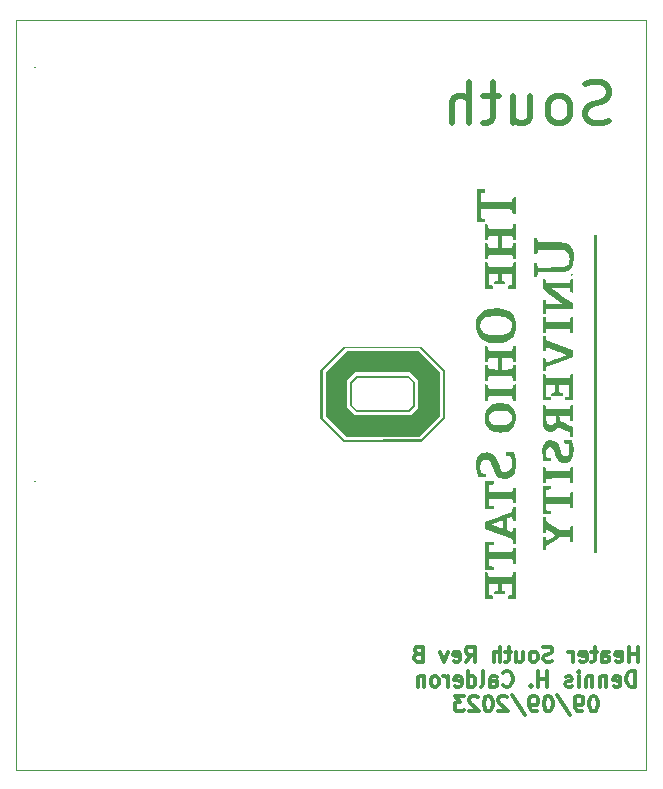
<source format=gbr>
%TF.GenerationSoftware,KiCad,Pcbnew,7.0.7*%
%TF.CreationDate,2023-09-14T15:53:42-04:00*%
%TF.ProjectId,Heater_South_DCT_HSK,48656174-6572-45f5-936f-7574685f4443,rev?*%
%TF.SameCoordinates,Original*%
%TF.FileFunction,Legend,Bot*%
%TF.FilePolarity,Positive*%
%FSLAX46Y46*%
G04 Gerber Fmt 4.6, Leading zero omitted, Abs format (unit mm)*
G04 Created by KiCad (PCBNEW 7.0.7) date 2023-09-14 15:53:42*
%MOMM*%
%LPD*%
G01*
G04 APERTURE LIST*
%ADD10C,0.150000*%
%ADD11C,0.500000*%
%ADD12C,0.300000*%
%TA.AperFunction,Profile*%
%ADD13C,0.100000*%
%TD*%
G04 APERTURE END LIST*
D10*
X103200200Y-89890600D02*
G75*
G03*
X103200200Y-89890600I-25400J0D01*
G01*
X103200200Y-54864000D02*
G75*
G03*
X103200200Y-54864000I-25400J0D01*
G01*
X148615400Y-72390000D02*
G75*
G03*
X148615400Y-72390000I-25400J0D01*
G01*
D11*
X151784332Y-59421676D02*
X151284332Y-59588342D01*
X151284332Y-59588342D02*
X150450999Y-59588342D01*
X150450999Y-59588342D02*
X150117665Y-59421676D01*
X150117665Y-59421676D02*
X149950999Y-59255009D01*
X149950999Y-59255009D02*
X149784332Y-58921676D01*
X149784332Y-58921676D02*
X149784332Y-58588342D01*
X149784332Y-58588342D02*
X149950999Y-58255009D01*
X149950999Y-58255009D02*
X150117665Y-58088342D01*
X150117665Y-58088342D02*
X150450999Y-57921676D01*
X150450999Y-57921676D02*
X151117665Y-57755009D01*
X151117665Y-57755009D02*
X151450999Y-57588342D01*
X151450999Y-57588342D02*
X151617665Y-57421676D01*
X151617665Y-57421676D02*
X151784332Y-57088342D01*
X151784332Y-57088342D02*
X151784332Y-56755009D01*
X151784332Y-56755009D02*
X151617665Y-56421676D01*
X151617665Y-56421676D02*
X151450999Y-56255009D01*
X151450999Y-56255009D02*
X151117665Y-56088342D01*
X151117665Y-56088342D02*
X150284332Y-56088342D01*
X150284332Y-56088342D02*
X149784332Y-56255009D01*
X147784332Y-59588342D02*
X148117666Y-59421676D01*
X148117666Y-59421676D02*
X148284332Y-59255009D01*
X148284332Y-59255009D02*
X148450999Y-58921676D01*
X148450999Y-58921676D02*
X148450999Y-57921676D01*
X148450999Y-57921676D02*
X148284332Y-57588342D01*
X148284332Y-57588342D02*
X148117666Y-57421676D01*
X148117666Y-57421676D02*
X147784332Y-57255009D01*
X147784332Y-57255009D02*
X147284332Y-57255009D01*
X147284332Y-57255009D02*
X146950999Y-57421676D01*
X146950999Y-57421676D02*
X146784332Y-57588342D01*
X146784332Y-57588342D02*
X146617666Y-57921676D01*
X146617666Y-57921676D02*
X146617666Y-58921676D01*
X146617666Y-58921676D02*
X146784332Y-59255009D01*
X146784332Y-59255009D02*
X146950999Y-59421676D01*
X146950999Y-59421676D02*
X147284332Y-59588342D01*
X147284332Y-59588342D02*
X147784332Y-59588342D01*
X143617665Y-57255009D02*
X143617665Y-59588342D01*
X145117665Y-57255009D02*
X145117665Y-59088342D01*
X145117665Y-59088342D02*
X144950999Y-59421676D01*
X144950999Y-59421676D02*
X144617665Y-59588342D01*
X144617665Y-59588342D02*
X144117665Y-59588342D01*
X144117665Y-59588342D02*
X143784332Y-59421676D01*
X143784332Y-59421676D02*
X143617665Y-59255009D01*
X142450998Y-57255009D02*
X141117665Y-57255009D01*
X141950998Y-56088342D02*
X141950998Y-59088342D01*
X141950998Y-59088342D02*
X141784332Y-59421676D01*
X141784332Y-59421676D02*
X141450998Y-59588342D01*
X141450998Y-59588342D02*
X141117665Y-59588342D01*
X139950998Y-59588342D02*
X139950998Y-56088342D01*
X138450998Y-59588342D02*
X138450998Y-57755009D01*
X138450998Y-57755009D02*
X138617665Y-57421676D01*
X138617665Y-57421676D02*
X138950998Y-57255009D01*
X138950998Y-57255009D02*
X139450998Y-57255009D01*
X139450998Y-57255009D02*
X139784332Y-57421676D01*
X139784332Y-57421676D02*
X139950998Y-57588342D01*
D12*
X154212527Y-105179193D02*
X154212527Y-103879193D01*
X154212527Y-104498241D02*
X153469670Y-104498241D01*
X153469670Y-105179193D02*
X153469670Y-103879193D01*
X152355384Y-105117289D02*
X152479193Y-105179193D01*
X152479193Y-105179193D02*
X152726812Y-105179193D01*
X152726812Y-105179193D02*
X152850622Y-105117289D01*
X152850622Y-105117289D02*
X152912526Y-104993479D01*
X152912526Y-104993479D02*
X152912526Y-104498241D01*
X152912526Y-104498241D02*
X152850622Y-104374431D01*
X152850622Y-104374431D02*
X152726812Y-104312527D01*
X152726812Y-104312527D02*
X152479193Y-104312527D01*
X152479193Y-104312527D02*
X152355384Y-104374431D01*
X152355384Y-104374431D02*
X152293479Y-104498241D01*
X152293479Y-104498241D02*
X152293479Y-104622050D01*
X152293479Y-104622050D02*
X152912526Y-104745860D01*
X151179193Y-105179193D02*
X151179193Y-104498241D01*
X151179193Y-104498241D02*
X151241098Y-104374431D01*
X151241098Y-104374431D02*
X151364907Y-104312527D01*
X151364907Y-104312527D02*
X151612526Y-104312527D01*
X151612526Y-104312527D02*
X151736336Y-104374431D01*
X151179193Y-105117289D02*
X151303002Y-105179193D01*
X151303002Y-105179193D02*
X151612526Y-105179193D01*
X151612526Y-105179193D02*
X151736336Y-105117289D01*
X151736336Y-105117289D02*
X151798240Y-104993479D01*
X151798240Y-104993479D02*
X151798240Y-104869669D01*
X151798240Y-104869669D02*
X151736336Y-104745860D01*
X151736336Y-104745860D02*
X151612526Y-104683955D01*
X151612526Y-104683955D02*
X151303002Y-104683955D01*
X151303002Y-104683955D02*
X151179193Y-104622050D01*
X150745860Y-104312527D02*
X150250622Y-104312527D01*
X150560146Y-103879193D02*
X150560146Y-104993479D01*
X150560146Y-104993479D02*
X150498241Y-105117289D01*
X150498241Y-105117289D02*
X150374431Y-105179193D01*
X150374431Y-105179193D02*
X150250622Y-105179193D01*
X149322051Y-105117289D02*
X149445860Y-105179193D01*
X149445860Y-105179193D02*
X149693479Y-105179193D01*
X149693479Y-105179193D02*
X149817289Y-105117289D01*
X149817289Y-105117289D02*
X149879193Y-104993479D01*
X149879193Y-104993479D02*
X149879193Y-104498241D01*
X149879193Y-104498241D02*
X149817289Y-104374431D01*
X149817289Y-104374431D02*
X149693479Y-104312527D01*
X149693479Y-104312527D02*
X149445860Y-104312527D01*
X149445860Y-104312527D02*
X149322051Y-104374431D01*
X149322051Y-104374431D02*
X149260146Y-104498241D01*
X149260146Y-104498241D02*
X149260146Y-104622050D01*
X149260146Y-104622050D02*
X149879193Y-104745860D01*
X148703003Y-105179193D02*
X148703003Y-104312527D01*
X148703003Y-104560146D02*
X148641098Y-104436336D01*
X148641098Y-104436336D02*
X148579193Y-104374431D01*
X148579193Y-104374431D02*
X148455384Y-104312527D01*
X148455384Y-104312527D02*
X148331574Y-104312527D01*
X146969669Y-105117289D02*
X146783955Y-105179193D01*
X146783955Y-105179193D02*
X146474431Y-105179193D01*
X146474431Y-105179193D02*
X146350622Y-105117289D01*
X146350622Y-105117289D02*
X146288717Y-105055384D01*
X146288717Y-105055384D02*
X146226812Y-104931574D01*
X146226812Y-104931574D02*
X146226812Y-104807765D01*
X146226812Y-104807765D02*
X146288717Y-104683955D01*
X146288717Y-104683955D02*
X146350622Y-104622050D01*
X146350622Y-104622050D02*
X146474431Y-104560146D01*
X146474431Y-104560146D02*
X146722050Y-104498241D01*
X146722050Y-104498241D02*
X146845860Y-104436336D01*
X146845860Y-104436336D02*
X146907765Y-104374431D01*
X146907765Y-104374431D02*
X146969669Y-104250622D01*
X146969669Y-104250622D02*
X146969669Y-104126812D01*
X146969669Y-104126812D02*
X146907765Y-104003003D01*
X146907765Y-104003003D02*
X146845860Y-103941098D01*
X146845860Y-103941098D02*
X146722050Y-103879193D01*
X146722050Y-103879193D02*
X146412527Y-103879193D01*
X146412527Y-103879193D02*
X146226812Y-103941098D01*
X145483955Y-105179193D02*
X145607765Y-105117289D01*
X145607765Y-105117289D02*
X145669670Y-105055384D01*
X145669670Y-105055384D02*
X145731574Y-104931574D01*
X145731574Y-104931574D02*
X145731574Y-104560146D01*
X145731574Y-104560146D02*
X145669670Y-104436336D01*
X145669670Y-104436336D02*
X145607765Y-104374431D01*
X145607765Y-104374431D02*
X145483955Y-104312527D01*
X145483955Y-104312527D02*
X145298241Y-104312527D01*
X145298241Y-104312527D02*
X145174432Y-104374431D01*
X145174432Y-104374431D02*
X145112527Y-104436336D01*
X145112527Y-104436336D02*
X145050622Y-104560146D01*
X145050622Y-104560146D02*
X145050622Y-104931574D01*
X145050622Y-104931574D02*
X145112527Y-105055384D01*
X145112527Y-105055384D02*
X145174432Y-105117289D01*
X145174432Y-105117289D02*
X145298241Y-105179193D01*
X145298241Y-105179193D02*
X145483955Y-105179193D01*
X143936337Y-104312527D02*
X143936337Y-105179193D01*
X144493480Y-104312527D02*
X144493480Y-104993479D01*
X144493480Y-104993479D02*
X144431575Y-105117289D01*
X144431575Y-105117289D02*
X144307765Y-105179193D01*
X144307765Y-105179193D02*
X144122051Y-105179193D01*
X144122051Y-105179193D02*
X143998242Y-105117289D01*
X143998242Y-105117289D02*
X143936337Y-105055384D01*
X143503004Y-104312527D02*
X143007766Y-104312527D01*
X143317290Y-103879193D02*
X143317290Y-104993479D01*
X143317290Y-104993479D02*
X143255385Y-105117289D01*
X143255385Y-105117289D02*
X143131575Y-105179193D01*
X143131575Y-105179193D02*
X143007766Y-105179193D01*
X142574433Y-105179193D02*
X142574433Y-103879193D01*
X142017290Y-105179193D02*
X142017290Y-104498241D01*
X142017290Y-104498241D02*
X142079195Y-104374431D01*
X142079195Y-104374431D02*
X142203004Y-104312527D01*
X142203004Y-104312527D02*
X142388718Y-104312527D01*
X142388718Y-104312527D02*
X142512528Y-104374431D01*
X142512528Y-104374431D02*
X142574433Y-104436336D01*
X139664910Y-105179193D02*
X140098243Y-104560146D01*
X140407767Y-105179193D02*
X140407767Y-103879193D01*
X140407767Y-103879193D02*
X139912529Y-103879193D01*
X139912529Y-103879193D02*
X139788719Y-103941098D01*
X139788719Y-103941098D02*
X139726814Y-104003003D01*
X139726814Y-104003003D02*
X139664910Y-104126812D01*
X139664910Y-104126812D02*
X139664910Y-104312527D01*
X139664910Y-104312527D02*
X139726814Y-104436336D01*
X139726814Y-104436336D02*
X139788719Y-104498241D01*
X139788719Y-104498241D02*
X139912529Y-104560146D01*
X139912529Y-104560146D02*
X140407767Y-104560146D01*
X138612529Y-105117289D02*
X138736338Y-105179193D01*
X138736338Y-105179193D02*
X138983957Y-105179193D01*
X138983957Y-105179193D02*
X139107767Y-105117289D01*
X139107767Y-105117289D02*
X139169671Y-104993479D01*
X139169671Y-104993479D02*
X139169671Y-104498241D01*
X139169671Y-104498241D02*
X139107767Y-104374431D01*
X139107767Y-104374431D02*
X138983957Y-104312527D01*
X138983957Y-104312527D02*
X138736338Y-104312527D01*
X138736338Y-104312527D02*
X138612529Y-104374431D01*
X138612529Y-104374431D02*
X138550624Y-104498241D01*
X138550624Y-104498241D02*
X138550624Y-104622050D01*
X138550624Y-104622050D02*
X139169671Y-104745860D01*
X138117290Y-104312527D02*
X137807766Y-105179193D01*
X137807766Y-105179193D02*
X137498243Y-104312527D01*
X135579195Y-104498241D02*
X135393481Y-104560146D01*
X135393481Y-104560146D02*
X135331576Y-104622050D01*
X135331576Y-104622050D02*
X135269672Y-104745860D01*
X135269672Y-104745860D02*
X135269672Y-104931574D01*
X135269672Y-104931574D02*
X135331576Y-105055384D01*
X135331576Y-105055384D02*
X135393481Y-105117289D01*
X135393481Y-105117289D02*
X135517291Y-105179193D01*
X135517291Y-105179193D02*
X136012529Y-105179193D01*
X136012529Y-105179193D02*
X136012529Y-103879193D01*
X136012529Y-103879193D02*
X135579195Y-103879193D01*
X135579195Y-103879193D02*
X135455386Y-103941098D01*
X135455386Y-103941098D02*
X135393481Y-104003003D01*
X135393481Y-104003003D02*
X135331576Y-104126812D01*
X135331576Y-104126812D02*
X135331576Y-104250622D01*
X135331576Y-104250622D02*
X135393481Y-104374431D01*
X135393481Y-104374431D02*
X135455386Y-104436336D01*
X135455386Y-104436336D02*
X135579195Y-104498241D01*
X135579195Y-104498241D02*
X136012529Y-104498241D01*
X153964908Y-107272193D02*
X153964908Y-105972193D01*
X153964908Y-105972193D02*
X153655384Y-105972193D01*
X153655384Y-105972193D02*
X153469670Y-106034098D01*
X153469670Y-106034098D02*
X153345860Y-106157908D01*
X153345860Y-106157908D02*
X153283955Y-106281717D01*
X153283955Y-106281717D02*
X153222051Y-106529336D01*
X153222051Y-106529336D02*
X153222051Y-106715050D01*
X153222051Y-106715050D02*
X153283955Y-106962669D01*
X153283955Y-106962669D02*
X153345860Y-107086479D01*
X153345860Y-107086479D02*
X153469670Y-107210289D01*
X153469670Y-107210289D02*
X153655384Y-107272193D01*
X153655384Y-107272193D02*
X153964908Y-107272193D01*
X152169670Y-107210289D02*
X152293479Y-107272193D01*
X152293479Y-107272193D02*
X152541098Y-107272193D01*
X152541098Y-107272193D02*
X152664908Y-107210289D01*
X152664908Y-107210289D02*
X152726812Y-107086479D01*
X152726812Y-107086479D02*
X152726812Y-106591241D01*
X152726812Y-106591241D02*
X152664908Y-106467431D01*
X152664908Y-106467431D02*
X152541098Y-106405527D01*
X152541098Y-106405527D02*
X152293479Y-106405527D01*
X152293479Y-106405527D02*
X152169670Y-106467431D01*
X152169670Y-106467431D02*
X152107765Y-106591241D01*
X152107765Y-106591241D02*
X152107765Y-106715050D01*
X152107765Y-106715050D02*
X152726812Y-106838860D01*
X151550622Y-106405527D02*
X151550622Y-107272193D01*
X151550622Y-106529336D02*
X151488717Y-106467431D01*
X151488717Y-106467431D02*
X151364907Y-106405527D01*
X151364907Y-106405527D02*
X151179193Y-106405527D01*
X151179193Y-106405527D02*
X151055384Y-106467431D01*
X151055384Y-106467431D02*
X150993479Y-106591241D01*
X150993479Y-106591241D02*
X150993479Y-107272193D01*
X150374432Y-106405527D02*
X150374432Y-107272193D01*
X150374432Y-106529336D02*
X150312527Y-106467431D01*
X150312527Y-106467431D02*
X150188717Y-106405527D01*
X150188717Y-106405527D02*
X150003003Y-106405527D01*
X150003003Y-106405527D02*
X149879194Y-106467431D01*
X149879194Y-106467431D02*
X149817289Y-106591241D01*
X149817289Y-106591241D02*
X149817289Y-107272193D01*
X149198242Y-107272193D02*
X149198242Y-106405527D01*
X149198242Y-105972193D02*
X149260146Y-106034098D01*
X149260146Y-106034098D02*
X149198242Y-106096003D01*
X149198242Y-106096003D02*
X149136337Y-106034098D01*
X149136337Y-106034098D02*
X149198242Y-105972193D01*
X149198242Y-105972193D02*
X149198242Y-106096003D01*
X148641098Y-107210289D02*
X148517289Y-107272193D01*
X148517289Y-107272193D02*
X148269670Y-107272193D01*
X148269670Y-107272193D02*
X148145860Y-107210289D01*
X148145860Y-107210289D02*
X148083956Y-107086479D01*
X148083956Y-107086479D02*
X148083956Y-107024574D01*
X148083956Y-107024574D02*
X148145860Y-106900765D01*
X148145860Y-106900765D02*
X148269670Y-106838860D01*
X148269670Y-106838860D02*
X148455384Y-106838860D01*
X148455384Y-106838860D02*
X148579194Y-106776955D01*
X148579194Y-106776955D02*
X148641098Y-106653146D01*
X148641098Y-106653146D02*
X148641098Y-106591241D01*
X148641098Y-106591241D02*
X148579194Y-106467431D01*
X148579194Y-106467431D02*
X148455384Y-106405527D01*
X148455384Y-106405527D02*
X148269670Y-106405527D01*
X148269670Y-106405527D02*
X148145860Y-106467431D01*
X146536337Y-107272193D02*
X146536337Y-105972193D01*
X146536337Y-106591241D02*
X145793480Y-106591241D01*
X145793480Y-107272193D02*
X145793480Y-105972193D01*
X145174432Y-107148384D02*
X145112527Y-107210289D01*
X145112527Y-107210289D02*
X145174432Y-107272193D01*
X145174432Y-107272193D02*
X145236336Y-107210289D01*
X145236336Y-107210289D02*
X145174432Y-107148384D01*
X145174432Y-107148384D02*
X145174432Y-107272193D01*
X142822051Y-107148384D02*
X142883955Y-107210289D01*
X142883955Y-107210289D02*
X143069670Y-107272193D01*
X143069670Y-107272193D02*
X143193479Y-107272193D01*
X143193479Y-107272193D02*
X143379193Y-107210289D01*
X143379193Y-107210289D02*
X143503003Y-107086479D01*
X143503003Y-107086479D02*
X143564908Y-106962669D01*
X143564908Y-106962669D02*
X143626812Y-106715050D01*
X143626812Y-106715050D02*
X143626812Y-106529336D01*
X143626812Y-106529336D02*
X143564908Y-106281717D01*
X143564908Y-106281717D02*
X143503003Y-106157908D01*
X143503003Y-106157908D02*
X143379193Y-106034098D01*
X143379193Y-106034098D02*
X143193479Y-105972193D01*
X143193479Y-105972193D02*
X143069670Y-105972193D01*
X143069670Y-105972193D02*
X142883955Y-106034098D01*
X142883955Y-106034098D02*
X142822051Y-106096003D01*
X141707765Y-107272193D02*
X141707765Y-106591241D01*
X141707765Y-106591241D02*
X141769670Y-106467431D01*
X141769670Y-106467431D02*
X141893479Y-106405527D01*
X141893479Y-106405527D02*
X142141098Y-106405527D01*
X142141098Y-106405527D02*
X142264908Y-106467431D01*
X141707765Y-107210289D02*
X141831574Y-107272193D01*
X141831574Y-107272193D02*
X142141098Y-107272193D01*
X142141098Y-107272193D02*
X142264908Y-107210289D01*
X142264908Y-107210289D02*
X142326812Y-107086479D01*
X142326812Y-107086479D02*
X142326812Y-106962669D01*
X142326812Y-106962669D02*
X142264908Y-106838860D01*
X142264908Y-106838860D02*
X142141098Y-106776955D01*
X142141098Y-106776955D02*
X141831574Y-106776955D01*
X141831574Y-106776955D02*
X141707765Y-106715050D01*
X140903003Y-107272193D02*
X141026813Y-107210289D01*
X141026813Y-107210289D02*
X141088718Y-107086479D01*
X141088718Y-107086479D02*
X141088718Y-105972193D01*
X139850623Y-107272193D02*
X139850623Y-105972193D01*
X139850623Y-107210289D02*
X139974432Y-107272193D01*
X139974432Y-107272193D02*
X140222051Y-107272193D01*
X140222051Y-107272193D02*
X140345861Y-107210289D01*
X140345861Y-107210289D02*
X140407766Y-107148384D01*
X140407766Y-107148384D02*
X140469670Y-107024574D01*
X140469670Y-107024574D02*
X140469670Y-106653146D01*
X140469670Y-106653146D02*
X140407766Y-106529336D01*
X140407766Y-106529336D02*
X140345861Y-106467431D01*
X140345861Y-106467431D02*
X140222051Y-106405527D01*
X140222051Y-106405527D02*
X139974432Y-106405527D01*
X139974432Y-106405527D02*
X139850623Y-106467431D01*
X138736338Y-107210289D02*
X138860147Y-107272193D01*
X138860147Y-107272193D02*
X139107766Y-107272193D01*
X139107766Y-107272193D02*
X139231576Y-107210289D01*
X139231576Y-107210289D02*
X139293480Y-107086479D01*
X139293480Y-107086479D02*
X139293480Y-106591241D01*
X139293480Y-106591241D02*
X139231576Y-106467431D01*
X139231576Y-106467431D02*
X139107766Y-106405527D01*
X139107766Y-106405527D02*
X138860147Y-106405527D01*
X138860147Y-106405527D02*
X138736338Y-106467431D01*
X138736338Y-106467431D02*
X138674433Y-106591241D01*
X138674433Y-106591241D02*
X138674433Y-106715050D01*
X138674433Y-106715050D02*
X139293480Y-106838860D01*
X138117290Y-107272193D02*
X138117290Y-106405527D01*
X138117290Y-106653146D02*
X138055385Y-106529336D01*
X138055385Y-106529336D02*
X137993480Y-106467431D01*
X137993480Y-106467431D02*
X137869671Y-106405527D01*
X137869671Y-106405527D02*
X137745861Y-106405527D01*
X137126813Y-107272193D02*
X137250623Y-107210289D01*
X137250623Y-107210289D02*
X137312528Y-107148384D01*
X137312528Y-107148384D02*
X137374432Y-107024574D01*
X137374432Y-107024574D02*
X137374432Y-106653146D01*
X137374432Y-106653146D02*
X137312528Y-106529336D01*
X137312528Y-106529336D02*
X137250623Y-106467431D01*
X137250623Y-106467431D02*
X137126813Y-106405527D01*
X137126813Y-106405527D02*
X136941099Y-106405527D01*
X136941099Y-106405527D02*
X136817290Y-106467431D01*
X136817290Y-106467431D02*
X136755385Y-106529336D01*
X136755385Y-106529336D02*
X136693480Y-106653146D01*
X136693480Y-106653146D02*
X136693480Y-107024574D01*
X136693480Y-107024574D02*
X136755385Y-107148384D01*
X136755385Y-107148384D02*
X136817290Y-107210289D01*
X136817290Y-107210289D02*
X136941099Y-107272193D01*
X136941099Y-107272193D02*
X137126813Y-107272193D01*
X136136338Y-106405527D02*
X136136338Y-107272193D01*
X136136338Y-106529336D02*
X136074433Y-106467431D01*
X136074433Y-106467431D02*
X135950623Y-106405527D01*
X135950623Y-106405527D02*
X135764909Y-106405527D01*
X135764909Y-106405527D02*
X135641100Y-106467431D01*
X135641100Y-106467431D02*
X135579195Y-106591241D01*
X135579195Y-106591241D02*
X135579195Y-107272193D01*
X150529194Y-108065193D02*
X150405384Y-108065193D01*
X150405384Y-108065193D02*
X150281575Y-108127098D01*
X150281575Y-108127098D02*
X150219670Y-108189003D01*
X150219670Y-108189003D02*
X150157765Y-108312812D01*
X150157765Y-108312812D02*
X150095860Y-108560431D01*
X150095860Y-108560431D02*
X150095860Y-108869955D01*
X150095860Y-108869955D02*
X150157765Y-109117574D01*
X150157765Y-109117574D02*
X150219670Y-109241384D01*
X150219670Y-109241384D02*
X150281575Y-109303289D01*
X150281575Y-109303289D02*
X150405384Y-109365193D01*
X150405384Y-109365193D02*
X150529194Y-109365193D01*
X150529194Y-109365193D02*
X150653003Y-109303289D01*
X150653003Y-109303289D02*
X150714908Y-109241384D01*
X150714908Y-109241384D02*
X150776813Y-109117574D01*
X150776813Y-109117574D02*
X150838717Y-108869955D01*
X150838717Y-108869955D02*
X150838717Y-108560431D01*
X150838717Y-108560431D02*
X150776813Y-108312812D01*
X150776813Y-108312812D02*
X150714908Y-108189003D01*
X150714908Y-108189003D02*
X150653003Y-108127098D01*
X150653003Y-108127098D02*
X150529194Y-108065193D01*
X149476813Y-109365193D02*
X149229194Y-109365193D01*
X149229194Y-109365193D02*
X149105384Y-109303289D01*
X149105384Y-109303289D02*
X149043480Y-109241384D01*
X149043480Y-109241384D02*
X148919670Y-109055669D01*
X148919670Y-109055669D02*
X148857765Y-108808050D01*
X148857765Y-108808050D02*
X148857765Y-108312812D01*
X148857765Y-108312812D02*
X148919670Y-108189003D01*
X148919670Y-108189003D02*
X148981575Y-108127098D01*
X148981575Y-108127098D02*
X149105384Y-108065193D01*
X149105384Y-108065193D02*
X149353003Y-108065193D01*
X149353003Y-108065193D02*
X149476813Y-108127098D01*
X149476813Y-108127098D02*
X149538718Y-108189003D01*
X149538718Y-108189003D02*
X149600622Y-108312812D01*
X149600622Y-108312812D02*
X149600622Y-108622336D01*
X149600622Y-108622336D02*
X149538718Y-108746146D01*
X149538718Y-108746146D02*
X149476813Y-108808050D01*
X149476813Y-108808050D02*
X149353003Y-108869955D01*
X149353003Y-108869955D02*
X149105384Y-108869955D01*
X149105384Y-108869955D02*
X148981575Y-108808050D01*
X148981575Y-108808050D02*
X148919670Y-108746146D01*
X148919670Y-108746146D02*
X148857765Y-108622336D01*
X147372051Y-108003289D02*
X148486337Y-109674717D01*
X146691099Y-108065193D02*
X146567289Y-108065193D01*
X146567289Y-108065193D02*
X146443480Y-108127098D01*
X146443480Y-108127098D02*
X146381575Y-108189003D01*
X146381575Y-108189003D02*
X146319670Y-108312812D01*
X146319670Y-108312812D02*
X146257765Y-108560431D01*
X146257765Y-108560431D02*
X146257765Y-108869955D01*
X146257765Y-108869955D02*
X146319670Y-109117574D01*
X146319670Y-109117574D02*
X146381575Y-109241384D01*
X146381575Y-109241384D02*
X146443480Y-109303289D01*
X146443480Y-109303289D02*
X146567289Y-109365193D01*
X146567289Y-109365193D02*
X146691099Y-109365193D01*
X146691099Y-109365193D02*
X146814908Y-109303289D01*
X146814908Y-109303289D02*
X146876813Y-109241384D01*
X146876813Y-109241384D02*
X146938718Y-109117574D01*
X146938718Y-109117574D02*
X147000622Y-108869955D01*
X147000622Y-108869955D02*
X147000622Y-108560431D01*
X147000622Y-108560431D02*
X146938718Y-108312812D01*
X146938718Y-108312812D02*
X146876813Y-108189003D01*
X146876813Y-108189003D02*
X146814908Y-108127098D01*
X146814908Y-108127098D02*
X146691099Y-108065193D01*
X145638718Y-109365193D02*
X145391099Y-109365193D01*
X145391099Y-109365193D02*
X145267289Y-109303289D01*
X145267289Y-109303289D02*
X145205385Y-109241384D01*
X145205385Y-109241384D02*
X145081575Y-109055669D01*
X145081575Y-109055669D02*
X145019670Y-108808050D01*
X145019670Y-108808050D02*
X145019670Y-108312812D01*
X145019670Y-108312812D02*
X145081575Y-108189003D01*
X145081575Y-108189003D02*
X145143480Y-108127098D01*
X145143480Y-108127098D02*
X145267289Y-108065193D01*
X145267289Y-108065193D02*
X145514908Y-108065193D01*
X145514908Y-108065193D02*
X145638718Y-108127098D01*
X145638718Y-108127098D02*
X145700623Y-108189003D01*
X145700623Y-108189003D02*
X145762527Y-108312812D01*
X145762527Y-108312812D02*
X145762527Y-108622336D01*
X145762527Y-108622336D02*
X145700623Y-108746146D01*
X145700623Y-108746146D02*
X145638718Y-108808050D01*
X145638718Y-108808050D02*
X145514908Y-108869955D01*
X145514908Y-108869955D02*
X145267289Y-108869955D01*
X145267289Y-108869955D02*
X145143480Y-108808050D01*
X145143480Y-108808050D02*
X145081575Y-108746146D01*
X145081575Y-108746146D02*
X145019670Y-108622336D01*
X143533956Y-108003289D02*
X144648242Y-109674717D01*
X143162527Y-108189003D02*
X143100623Y-108127098D01*
X143100623Y-108127098D02*
X142976813Y-108065193D01*
X142976813Y-108065193D02*
X142667289Y-108065193D01*
X142667289Y-108065193D02*
X142543480Y-108127098D01*
X142543480Y-108127098D02*
X142481575Y-108189003D01*
X142481575Y-108189003D02*
X142419670Y-108312812D01*
X142419670Y-108312812D02*
X142419670Y-108436622D01*
X142419670Y-108436622D02*
X142481575Y-108622336D01*
X142481575Y-108622336D02*
X143224432Y-109365193D01*
X143224432Y-109365193D02*
X142419670Y-109365193D01*
X141614909Y-108065193D02*
X141491099Y-108065193D01*
X141491099Y-108065193D02*
X141367290Y-108127098D01*
X141367290Y-108127098D02*
X141305385Y-108189003D01*
X141305385Y-108189003D02*
X141243480Y-108312812D01*
X141243480Y-108312812D02*
X141181575Y-108560431D01*
X141181575Y-108560431D02*
X141181575Y-108869955D01*
X141181575Y-108869955D02*
X141243480Y-109117574D01*
X141243480Y-109117574D02*
X141305385Y-109241384D01*
X141305385Y-109241384D02*
X141367290Y-109303289D01*
X141367290Y-109303289D02*
X141491099Y-109365193D01*
X141491099Y-109365193D02*
X141614909Y-109365193D01*
X141614909Y-109365193D02*
X141738718Y-109303289D01*
X141738718Y-109303289D02*
X141800623Y-109241384D01*
X141800623Y-109241384D02*
X141862528Y-109117574D01*
X141862528Y-109117574D02*
X141924432Y-108869955D01*
X141924432Y-108869955D02*
X141924432Y-108560431D01*
X141924432Y-108560431D02*
X141862528Y-108312812D01*
X141862528Y-108312812D02*
X141800623Y-108189003D01*
X141800623Y-108189003D02*
X141738718Y-108127098D01*
X141738718Y-108127098D02*
X141614909Y-108065193D01*
X140686337Y-108189003D02*
X140624433Y-108127098D01*
X140624433Y-108127098D02*
X140500623Y-108065193D01*
X140500623Y-108065193D02*
X140191099Y-108065193D01*
X140191099Y-108065193D02*
X140067290Y-108127098D01*
X140067290Y-108127098D02*
X140005385Y-108189003D01*
X140005385Y-108189003D02*
X139943480Y-108312812D01*
X139943480Y-108312812D02*
X139943480Y-108436622D01*
X139943480Y-108436622D02*
X140005385Y-108622336D01*
X140005385Y-108622336D02*
X140748242Y-109365193D01*
X140748242Y-109365193D02*
X139943480Y-109365193D01*
X139510147Y-108065193D02*
X138705385Y-108065193D01*
X138705385Y-108065193D02*
X139138719Y-108560431D01*
X139138719Y-108560431D02*
X138953004Y-108560431D01*
X138953004Y-108560431D02*
X138829195Y-108622336D01*
X138829195Y-108622336D02*
X138767290Y-108684241D01*
X138767290Y-108684241D02*
X138705385Y-108808050D01*
X138705385Y-108808050D02*
X138705385Y-109117574D01*
X138705385Y-109117574D02*
X138767290Y-109241384D01*
X138767290Y-109241384D02*
X138829195Y-109303289D01*
X138829195Y-109303289D02*
X138953004Y-109365193D01*
X138953004Y-109365193D02*
X139324433Y-109365193D01*
X139324433Y-109365193D02*
X139448242Y-109303289D01*
X139448242Y-109303289D02*
X139510147Y-109241384D01*
%TO.C,G\u002A\u002A\u002A*%
G36*
X150724800Y-95929085D02*
G01*
X150530164Y-95929085D01*
X150530164Y-69069314D01*
X150724800Y-69069314D01*
X150724800Y-95929085D01*
G37*
G36*
X141998619Y-95271918D02*
G01*
X141803983Y-95293938D01*
X141609347Y-95315959D01*
X141609347Y-95896645D01*
X143584925Y-95896645D01*
X143606945Y-95702009D01*
X143628966Y-95507373D01*
X143880100Y-95507373D01*
X143880100Y-96869825D01*
X143628966Y-96869825D01*
X143606945Y-96675189D01*
X143584925Y-96480553D01*
X141609347Y-96480553D01*
X141609347Y-97061240D01*
X141803983Y-97083260D01*
X141998619Y-97105281D01*
X141998619Y-97356415D01*
X141284954Y-97356415D01*
X141284954Y-95020783D01*
X141998619Y-95020783D01*
X141998619Y-95271918D01*
G37*
G36*
X146449178Y-76368165D02*
G01*
X148450071Y-76368165D01*
X148470700Y-76214078D01*
X148480362Y-76144495D01*
X148498359Y-76051418D01*
X148523272Y-76001959D01*
X148564502Y-75982368D01*
X148631445Y-75978893D01*
X148746001Y-75978893D01*
X148746001Y-77345262D01*
X148624353Y-77335193D01*
X148609868Y-77333981D01*
X148547329Y-77324703D01*
X148512172Y-77299843D01*
X148492070Y-77243206D01*
X148474694Y-77138599D01*
X148446682Y-76952073D01*
X146449178Y-76952073D01*
X146403998Y-77341345D01*
X146150854Y-77341345D01*
X146150854Y-75978893D01*
X146403998Y-75978893D01*
X146449178Y-76368165D01*
G37*
G36*
X135786081Y-78479122D02*
G01*
X135883804Y-78479158D01*
X136881314Y-79454846D01*
X137878823Y-80430533D01*
X137878823Y-84526272D01*
X136881510Y-85523974D01*
X135884197Y-86521677D01*
X129314163Y-86521677D01*
X127336039Y-84566189D01*
X127336039Y-84494638D01*
X127530675Y-84494638D01*
X128468876Y-85432420D01*
X129407077Y-86370203D01*
X135818925Y-86326379D01*
X137684187Y-84462199D01*
X137684187Y-80536207D01*
X135786081Y-78638919D01*
X129395517Y-78638919D01*
X127530675Y-80504593D01*
X127530675Y-84494638D01*
X127336039Y-84494638D01*
X127336039Y-80439694D01*
X128317130Y-79458208D01*
X129298220Y-78476722D01*
X135786081Y-78479122D01*
G37*
G36*
X134779121Y-80942111D02*
G01*
X134844390Y-80942111D01*
X135112692Y-81209020D01*
X135380994Y-81475928D01*
X135380994Y-83525750D01*
X135109224Y-83791019D01*
X134837453Y-84056288D01*
X130409849Y-84056288D01*
X129866307Y-83525750D01*
X129866307Y-83425461D01*
X130028504Y-83425461D01*
X130248284Y-83643556D01*
X130468063Y-83861652D01*
X134782741Y-83861652D01*
X134984550Y-83658033D01*
X135186358Y-83454414D01*
X135186358Y-81540365D01*
X134982740Y-81338556D01*
X134779121Y-81136747D01*
X130464695Y-81136747D01*
X130246600Y-81356527D01*
X130028504Y-81576307D01*
X130028504Y-83425461D01*
X129866307Y-83425461D01*
X129866307Y-81478716D01*
X130133216Y-81210413D01*
X130400124Y-80942111D01*
X134779121Y-80942111D01*
G37*
G36*
X134942004Y-78865994D02*
G01*
X135688734Y-78865994D01*
X136572923Y-79749745D01*
X137457112Y-80633495D01*
X137457112Y-84361694D01*
X135723208Y-86099966D01*
X129526137Y-86099966D01*
X128658163Y-85232439D01*
X127790190Y-84364912D01*
X127790190Y-83619463D01*
X129574353Y-83619463D01*
X129923606Y-83967633D01*
X130272858Y-84315802D01*
X134976662Y-84315802D01*
X135308586Y-83982745D01*
X135640509Y-83649688D01*
X135640509Y-81346497D01*
X135291257Y-80998327D01*
X134942004Y-80650157D01*
X130303180Y-80650157D01*
X129938767Y-81015607D01*
X129574353Y-81381058D01*
X129574353Y-83619463D01*
X127790190Y-83619463D01*
X127790190Y-80634372D01*
X128673941Y-79750183D01*
X129557691Y-78865994D01*
X134942004Y-78865994D01*
G37*
G36*
X146864519Y-90570224D02*
G01*
X146475247Y-90615404D01*
X146475247Y-91192942D01*
X148446682Y-91192942D01*
X148474694Y-91006415D01*
X148478038Y-90984207D01*
X148495004Y-90889046D01*
X148516827Y-90839058D01*
X148555834Y-90818047D01*
X148624353Y-90809821D01*
X148746001Y-90799753D01*
X148746001Y-92170038D01*
X148624353Y-92159970D01*
X148609868Y-92158757D01*
X148547329Y-92149479D01*
X148512172Y-92124619D01*
X148492070Y-92067983D01*
X148474694Y-91963376D01*
X148446682Y-91776850D01*
X146475247Y-91776850D01*
X146475247Y-92357536D01*
X146669883Y-92379557D01*
X146864519Y-92401577D01*
X146864519Y-92652712D01*
X146150854Y-92652712D01*
X146150854Y-90317079D01*
X146864519Y-90317079D01*
X146864519Y-90570224D01*
G37*
G36*
X148746001Y-90029042D02*
G01*
X148624353Y-90018974D01*
X148609357Y-90017718D01*
X148547091Y-90008413D01*
X148512072Y-89983459D01*
X148492012Y-89926683D01*
X148474625Y-89821916D01*
X148446545Y-89634927D01*
X147452786Y-89643500D01*
X146459028Y-89652073D01*
X146399868Y-90025125D01*
X146149538Y-90025125D01*
X146167074Y-88678893D01*
X146280611Y-88678893D01*
X146293858Y-88678907D01*
X146352389Y-88683060D01*
X146385510Y-88705286D01*
X146404880Y-88760951D01*
X146422161Y-88865419D01*
X146450173Y-89051945D01*
X148450071Y-89051945D01*
X148470700Y-88897859D01*
X148480362Y-88828275D01*
X148498359Y-88735198D01*
X148523272Y-88685739D01*
X148564502Y-88666148D01*
X148631445Y-88662673D01*
X148746001Y-88662673D01*
X148746001Y-90029042D01*
G37*
G36*
X143880100Y-83050668D02*
G01*
X143629623Y-83050668D01*
X143610321Y-82887699D01*
X143602590Y-82830414D01*
X143586376Y-82741725D01*
X143571449Y-82693063D01*
X143540794Y-82684745D01*
X143449073Y-82676725D01*
X143301151Y-82670235D01*
X143101610Y-82665421D01*
X142855033Y-82662426D01*
X142566004Y-82661396D01*
X141580129Y-82661396D01*
X141558109Y-82856032D01*
X141536088Y-83050668D01*
X141284954Y-83050668D01*
X141284954Y-81684300D01*
X141406601Y-81694368D01*
X141421086Y-81695580D01*
X141483625Y-81704858D01*
X141518782Y-81729719D01*
X141538884Y-81786355D01*
X141556260Y-81890962D01*
X141584272Y-82077488D01*
X143580782Y-82077488D01*
X143608794Y-81890962D01*
X143612138Y-81868754D01*
X143629104Y-81773593D01*
X143650927Y-81723604D01*
X143689934Y-81702594D01*
X143758453Y-81694368D01*
X143880100Y-81684300D01*
X143880100Y-83050668D01*
G37*
G36*
X141998619Y-90023656D02*
G01*
X141998427Y-90053897D01*
X141989875Y-90122391D01*
X141955379Y-90154314D01*
X141876971Y-90171502D01*
X141798478Y-90183751D01*
X141699077Y-90202230D01*
X141642206Y-90228462D01*
X141616123Y-90276691D01*
X141609084Y-90361161D01*
X141609347Y-90496114D01*
X141609347Y-90771230D01*
X143583478Y-90771230D01*
X143605770Y-90592814D01*
X143628061Y-90414397D01*
X143880100Y-90414397D01*
X143880100Y-91744410D01*
X143628061Y-91744410D01*
X143605770Y-91565994D01*
X143583478Y-91387578D01*
X141609347Y-91387578D01*
X141609347Y-91664330D01*
X141609291Y-91729383D01*
X141612062Y-91844268D01*
X141626982Y-91913783D01*
X141664041Y-91951643D01*
X141733227Y-91971567D01*
X141844532Y-91987271D01*
X141998619Y-92007900D01*
X141998619Y-92263440D01*
X141284954Y-92263440D01*
X141284954Y-89895368D01*
X141998619Y-89895368D01*
X141998619Y-90023656D01*
G37*
G36*
X141406601Y-97589642D02*
G01*
X141421086Y-97590855D01*
X141483625Y-97600133D01*
X141518782Y-97624993D01*
X141538884Y-97681630D01*
X141556260Y-97786237D01*
X141584272Y-97972763D01*
X143584925Y-97972763D01*
X143606945Y-97778127D01*
X143628966Y-97583491D01*
X143880100Y-97583491D01*
X143880100Y-99821805D01*
X143198874Y-99821805D01*
X143198874Y-99567239D01*
X143369181Y-99540167D01*
X143539487Y-99513095D01*
X143557441Y-98556671D01*
X142679845Y-98556671D01*
X142679845Y-99164660D01*
X142842042Y-99186176D01*
X142924318Y-99198409D01*
X142979761Y-99217284D01*
X143000880Y-99253293D01*
X143004238Y-99320112D01*
X143004238Y-99432533D01*
X142031058Y-99432533D01*
X142031058Y-99323558D01*
X142033613Y-99265387D01*
X142052144Y-99226930D01*
X142102710Y-99204696D01*
X142201365Y-99185690D01*
X142371671Y-99156798D01*
X142380998Y-98856735D01*
X142390326Y-98556671D01*
X141607613Y-98556671D01*
X141625567Y-99513095D01*
X141795873Y-99540167D01*
X141966180Y-99567239D01*
X141966180Y-99821805D01*
X141284954Y-99821805D01*
X141284954Y-97579574D01*
X141406601Y-97589642D01*
G37*
G36*
X143880100Y-73578382D02*
G01*
X143198874Y-73578382D01*
X143198874Y-73323536D01*
X143377291Y-73301244D01*
X143555707Y-73278953D01*
X143555707Y-72313248D01*
X142679845Y-72313248D01*
X142679845Y-72923507D01*
X142842042Y-72945815D01*
X142922867Y-72958218D01*
X142979110Y-72977277D01*
X143000715Y-73012891D01*
X143004238Y-73078616D01*
X143004238Y-73189110D01*
X142026948Y-73189110D01*
X142037113Y-73085236D01*
X142042604Y-73044353D01*
X142063192Y-72998701D01*
X142113003Y-72970954D01*
X142209475Y-72947140D01*
X142371671Y-72912917D01*
X142371671Y-72329468D01*
X141990509Y-72320328D01*
X141609347Y-72311189D01*
X141609347Y-73278953D01*
X141787763Y-73301244D01*
X141966180Y-73323536D01*
X141966180Y-73578382D01*
X141284954Y-73578382D01*
X141284954Y-71336152D01*
X141406601Y-71346220D01*
X141421086Y-71347432D01*
X141483625Y-71356710D01*
X141518782Y-71381571D01*
X141538884Y-71438207D01*
X141556260Y-71542814D01*
X141584272Y-71729340D01*
X143580782Y-71729340D01*
X143608794Y-71542814D01*
X143612138Y-71520605D01*
X143629104Y-71425445D01*
X143650927Y-71375456D01*
X143689934Y-71354446D01*
X143758453Y-71346220D01*
X143880100Y-71336152D01*
X143880100Y-73578382D01*
G37*
G36*
X148746001Y-83018229D02*
G01*
X148064775Y-83018229D01*
X148064775Y-82763383D01*
X148421607Y-82718799D01*
X148421607Y-81753095D01*
X147545745Y-81753095D01*
X147545745Y-82367208D01*
X147707942Y-82388724D01*
X147788266Y-82400645D01*
X147844798Y-82419342D01*
X147866565Y-82454536D01*
X147870139Y-82519598D01*
X147870139Y-82628957D01*
X146892848Y-82628957D01*
X146903013Y-82525083D01*
X146908504Y-82484200D01*
X146929092Y-82438548D01*
X146978903Y-82410801D01*
X147075375Y-82386987D01*
X147237572Y-82352764D01*
X147237572Y-81769314D01*
X146856410Y-81760175D01*
X146475247Y-81751036D01*
X146475247Y-82718799D01*
X146653664Y-82741091D01*
X146832080Y-82763383D01*
X146832080Y-83018229D01*
X146150002Y-83018229D01*
X146158538Y-81907182D01*
X146167074Y-80796134D01*
X146280611Y-80796134D01*
X146293858Y-80796148D01*
X146352389Y-80800301D01*
X146385510Y-80822528D01*
X146404880Y-80878192D01*
X146422161Y-80982661D01*
X146450173Y-81169187D01*
X148450071Y-81169187D01*
X148470700Y-81015100D01*
X148480362Y-80945517D01*
X148498359Y-80852440D01*
X148523272Y-80802981D01*
X148564502Y-80783389D01*
X148631445Y-80779915D01*
X148746001Y-80779915D01*
X148746001Y-83018229D01*
G37*
G36*
X148746001Y-73906692D02*
G01*
X148624353Y-73896624D01*
X148609868Y-73895411D01*
X148547329Y-73886133D01*
X148512172Y-73861273D01*
X148492070Y-73804636D01*
X148474694Y-73700030D01*
X148446682Y-73513503D01*
X146913178Y-73515837D01*
X147005165Y-73591093D01*
X147018343Y-73601417D01*
X147086069Y-73651692D01*
X147196652Y-73731925D01*
X147342724Y-73836835D01*
X147516914Y-73961142D01*
X147711856Y-74099565D01*
X147920179Y-74246823D01*
X148743207Y-74827297D01*
X148746001Y-75297667D01*
X146449178Y-75297667D01*
X146403998Y-75686939D01*
X146150854Y-75686939D01*
X146150854Y-74519123D01*
X146403998Y-74519123D01*
X146449178Y-74908395D01*
X147917014Y-74908395D01*
X147702048Y-74754308D01*
X147651266Y-74717891D01*
X147535391Y-74634741D01*
X147383798Y-74525921D01*
X147206823Y-74398853D01*
X147014800Y-74260954D01*
X146818066Y-74119647D01*
X146149050Y-73639073D01*
X146167074Y-72751179D01*
X146280611Y-72751179D01*
X146293858Y-72751193D01*
X146352389Y-72755346D01*
X146385510Y-72777572D01*
X146404880Y-72833237D01*
X146422161Y-72937705D01*
X146450173Y-73124231D01*
X148450071Y-73124231D01*
X148470700Y-72970145D01*
X148480362Y-72900562D01*
X148498359Y-72807484D01*
X148523272Y-72758025D01*
X148564502Y-72738434D01*
X148631445Y-72734959D01*
X148746001Y-72734959D01*
X148746001Y-73906692D01*
G37*
G36*
X146424933Y-93088626D02*
G01*
X146446972Y-93265026D01*
X147045145Y-93656314D01*
X147643317Y-94047603D01*
X148446682Y-94047603D01*
X148474694Y-93861077D01*
X148478038Y-93838869D01*
X148495004Y-93743708D01*
X148516827Y-93693719D01*
X148555834Y-93672709D01*
X148624353Y-93664483D01*
X148746001Y-93654415D01*
X148746001Y-95020783D01*
X148631445Y-95020783D01*
X148593118Y-95020154D01*
X148540614Y-95010082D01*
X148508975Y-94976799D01*
X148488804Y-94906555D01*
X148470700Y-94785598D01*
X148450071Y-94631511D01*
X147609947Y-94631511D01*
X147028524Y-95006065D01*
X146447101Y-95380620D01*
X146424997Y-95557534D01*
X146402893Y-95734449D01*
X146150854Y-95734449D01*
X146150854Y-94599072D01*
X146399868Y-94599072D01*
X146429448Y-94777158D01*
X146459028Y-94955243D01*
X146799641Y-94742026D01*
X146936546Y-94656242D01*
X147061527Y-94577773D01*
X147159034Y-94516390D01*
X147215299Y-94480746D01*
X147227007Y-94473069D01*
X147248730Y-94453472D01*
X147249444Y-94431245D01*
X147222394Y-94399960D01*
X147160827Y-94353191D01*
X147057989Y-94284511D01*
X146907126Y-94187494D01*
X146862208Y-94158819D01*
X146725088Y-94072121D01*
X146609309Y-94000139D01*
X146525927Y-93949697D01*
X146485998Y-93927618D01*
X146471628Y-93929926D01*
X146446034Y-93981673D01*
X146425492Y-94093805D01*
X146402893Y-94274678D01*
X146150854Y-94274678D01*
X146150854Y-92912226D01*
X146402893Y-92912226D01*
X146424933Y-93088626D01*
G37*
G36*
X141317393Y-65305733D02*
G01*
X141317403Y-65316931D01*
X141315271Y-65379278D01*
X141300184Y-65418690D01*
X141259399Y-65443672D01*
X141180175Y-65462730D01*
X141049768Y-65484369D01*
X140928121Y-65503927D01*
X140928121Y-66247092D01*
X142239728Y-66247092D01*
X142324541Y-66247121D01*
X142638862Y-66247591D01*
X142895669Y-66247805D01*
X143100891Y-66246672D01*
X143260456Y-66243100D01*
X143380294Y-66235997D01*
X143466334Y-66224271D01*
X143524505Y-66206830D01*
X143560736Y-66182583D01*
X143580957Y-66150437D01*
X143591097Y-66109300D01*
X143597084Y-66058081D01*
X143604848Y-65995687D01*
X143613333Y-65944581D01*
X143633109Y-65884441D01*
X143673305Y-65861490D01*
X143753194Y-65857820D01*
X143880100Y-65857820D01*
X143880100Y-67252712D01*
X143753194Y-67252712D01*
X143706061Y-67252128D01*
X143648941Y-67240805D01*
X143621627Y-67201014D01*
X143604848Y-67114844D01*
X143602501Y-67098764D01*
X143595706Y-67039157D01*
X143589262Y-66990461D01*
X143577240Y-66951586D01*
X143553711Y-66921439D01*
X143512746Y-66898928D01*
X143448415Y-66882961D01*
X143354790Y-66872446D01*
X143225942Y-66866292D01*
X143055940Y-66863406D01*
X142838857Y-66862697D01*
X142568763Y-66863072D01*
X142239728Y-66863440D01*
X140928121Y-66863440D01*
X140928121Y-67235874D01*
X140927789Y-67326918D01*
X140928174Y-67459341D01*
X140936228Y-67545024D01*
X140959482Y-67595841D01*
X141005467Y-67623662D01*
X141081711Y-67640359D01*
X141195745Y-67657804D01*
X141224393Y-67662613D01*
X141288038Y-67681864D01*
X141313049Y-67722264D01*
X141317393Y-67805650D01*
X141317393Y-67933938D01*
X140571288Y-67933938D01*
X140571288Y-65176594D01*
X141317393Y-65176594D01*
X141317393Y-65305733D01*
G37*
G36*
X146429448Y-77751350D02*
G01*
X146459028Y-77934279D01*
X147545745Y-78344695D01*
X147776969Y-78432033D01*
X148014217Y-78521673D01*
X148227177Y-78602166D01*
X148408567Y-78670757D01*
X148551106Y-78724692D01*
X148647512Y-78761219D01*
X148690503Y-78777583D01*
X148703169Y-78783510D01*
X148726296Y-78808176D01*
X148738586Y-78857473D01*
X148742166Y-78944765D01*
X148739162Y-79083418D01*
X148729781Y-79366781D01*
X147594404Y-79792361D01*
X146459028Y-80217940D01*
X146429448Y-80401609D01*
X146399868Y-80585279D01*
X146149322Y-80585279D01*
X146158198Y-80025700D01*
X146167074Y-79466122D01*
X146280224Y-79466122D01*
X146343837Y-79469503D01*
X146380715Y-79489983D01*
X146403655Y-79543136D01*
X146425455Y-79644538D01*
X146443074Y-79719090D01*
X146469162Y-79791500D01*
X146492079Y-79817212D01*
X146503450Y-79814246D01*
X146569284Y-79792604D01*
X146680692Y-79753534D01*
X146827986Y-79700630D01*
X147001477Y-79637485D01*
X147191476Y-79567693D01*
X147388297Y-79494847D01*
X147582250Y-79422541D01*
X147763646Y-79354368D01*
X147922798Y-79293922D01*
X148050016Y-79244797D01*
X148135613Y-79210586D01*
X148169901Y-79194882D01*
X148153277Y-79183667D01*
X148085053Y-79152593D01*
X147972909Y-79105626D01*
X147826081Y-79046311D01*
X147653805Y-78978191D01*
X147465316Y-78904811D01*
X147269849Y-78829715D01*
X147076640Y-78756448D01*
X146894923Y-78688555D01*
X146733935Y-78629579D01*
X146602910Y-78583065D01*
X146511084Y-78552557D01*
X146467693Y-78541601D01*
X146457320Y-78557680D01*
X146440681Y-78622484D01*
X146425185Y-78720017D01*
X146402893Y-78898433D01*
X146150854Y-78898433D01*
X146150854Y-77568420D01*
X146399868Y-77568420D01*
X146429448Y-77751350D01*
G37*
G36*
X141406601Y-68134725D02*
G01*
X141421086Y-68135938D01*
X141483625Y-68145216D01*
X141518782Y-68170076D01*
X141538884Y-68226713D01*
X141556260Y-68331320D01*
X141584272Y-68517846D01*
X143584925Y-68517846D01*
X143606945Y-68323210D01*
X143628966Y-68128574D01*
X143880100Y-68128574D01*
X143880100Y-69494942D01*
X143758453Y-69484874D01*
X143743968Y-69483661D01*
X143681429Y-69474383D01*
X143646272Y-69449523D01*
X143626170Y-69392887D01*
X143608794Y-69288280D01*
X143580782Y-69101754D01*
X142679845Y-69101754D01*
X142679845Y-70107373D01*
X143115862Y-70107373D01*
X143139743Y-70107331D01*
X143305726Y-70104492D01*
X143440478Y-70097756D01*
X143532789Y-70087901D01*
X143571449Y-70075707D01*
X143579256Y-70055194D01*
X143595501Y-69981353D01*
X143610321Y-69881071D01*
X143629623Y-69718101D01*
X143880100Y-69718101D01*
X143880100Y-71084470D01*
X143758453Y-71074402D01*
X143743968Y-71073189D01*
X143681429Y-71063911D01*
X143646272Y-71039051D01*
X143626170Y-70982414D01*
X143608794Y-70877807D01*
X143580782Y-70691281D01*
X141584272Y-70691281D01*
X141556260Y-70877807D01*
X141552916Y-70900016D01*
X141535950Y-70995176D01*
X141514127Y-71045165D01*
X141475120Y-71066175D01*
X141406601Y-71074402D01*
X141284954Y-71084470D01*
X141284954Y-69714185D01*
X141406601Y-69724253D01*
X141421086Y-69725465D01*
X141483625Y-69734743D01*
X141518782Y-69759604D01*
X141538884Y-69816240D01*
X141556260Y-69920847D01*
X141584272Y-70107373D01*
X142355452Y-70107373D01*
X142355452Y-69101754D01*
X141584272Y-69101754D01*
X141556260Y-69288280D01*
X141552916Y-69310488D01*
X141535950Y-69405649D01*
X141514127Y-69455637D01*
X141475120Y-69476648D01*
X141406601Y-69484874D01*
X141284954Y-69494942D01*
X141284954Y-68124657D01*
X141406601Y-68134725D01*
G37*
G36*
X141406601Y-78450434D02*
G01*
X141421086Y-78451647D01*
X141483625Y-78460925D01*
X141518782Y-78485785D01*
X141538884Y-78542422D01*
X141556260Y-78647028D01*
X141584272Y-78833555D01*
X143584925Y-78833555D01*
X143606945Y-78638919D01*
X143628966Y-78444283D01*
X143880100Y-78444283D01*
X143880100Y-79810651D01*
X143758453Y-79800583D01*
X143743968Y-79799370D01*
X143681429Y-79790092D01*
X143646272Y-79765232D01*
X143626170Y-79708596D01*
X143608794Y-79603989D01*
X143580782Y-79417463D01*
X142679845Y-79417463D01*
X142679845Y-80423082D01*
X143115862Y-80423082D01*
X143139743Y-80423040D01*
X143305726Y-80420201D01*
X143440478Y-80413465D01*
X143532789Y-80403610D01*
X143571449Y-80391415D01*
X143579256Y-80370903D01*
X143595501Y-80297061D01*
X143610321Y-80196779D01*
X143629623Y-80033810D01*
X143880100Y-80033810D01*
X143880100Y-81400178D01*
X143758453Y-81390110D01*
X143743968Y-81388898D01*
X143681429Y-81379620D01*
X143646272Y-81354760D01*
X143626170Y-81298123D01*
X143608794Y-81193516D01*
X143580782Y-81006990D01*
X141584272Y-81006990D01*
X141556260Y-81193516D01*
X141552916Y-81215725D01*
X141535950Y-81310885D01*
X141514127Y-81360874D01*
X141475120Y-81381884D01*
X141406601Y-81390110D01*
X141284954Y-81400178D01*
X141284954Y-80029894D01*
X141405034Y-80039962D01*
X141406529Y-80040087D01*
X141474818Y-80049118D01*
X141514021Y-80072521D01*
X141537626Y-80126797D01*
X141559121Y-80228446D01*
X141593127Y-80406862D01*
X141974289Y-80416002D01*
X142355452Y-80425141D01*
X142355452Y-79417463D01*
X141584272Y-79417463D01*
X141556260Y-79603989D01*
X141552916Y-79626197D01*
X141535950Y-79721358D01*
X141514127Y-79771346D01*
X141475120Y-79792357D01*
X141406601Y-79800583D01*
X141284954Y-79810651D01*
X141284954Y-78440366D01*
X141406601Y-78450434D01*
G37*
G36*
X143880100Y-93240536D02*
G01*
X143758586Y-93230468D01*
X143691525Y-93222373D01*
X143650460Y-93200707D01*
X143628009Y-93148966D01*
X143610135Y-93050093D01*
X143598518Y-92990409D01*
X143571642Y-92909812D01*
X143542524Y-92879787D01*
X143501387Y-92888822D01*
X143416180Y-92917096D01*
X143309813Y-92957916D01*
X143117776Y-93036045D01*
X143117776Y-94022486D01*
X143344851Y-94112912D01*
X143571927Y-94203338D01*
X143605128Y-94020043D01*
X143607497Y-94006984D01*
X143627722Y-93909161D01*
X143651107Y-93857349D01*
X143690617Y-93835277D01*
X143759214Y-93826679D01*
X143880100Y-93816611D01*
X143880100Y-95186896D01*
X143758453Y-95176828D01*
X143748954Y-95176037D01*
X143683751Y-95166988D01*
X143647247Y-95143007D01*
X143626719Y-95087678D01*
X143609440Y-94984584D01*
X143582074Y-94802407D01*
X142928214Y-94549917D01*
X142711724Y-94466238D01*
X142458376Y-94368155D01*
X142204898Y-94269882D01*
X141971512Y-94179259D01*
X141778442Y-94104128D01*
X141282530Y-93910828D01*
X141291852Y-93630744D01*
X141295252Y-93528574D01*
X141836422Y-93528574D01*
X141840416Y-93532396D01*
X141888123Y-93555708D01*
X141979711Y-93594105D01*
X142102518Y-93642827D01*
X142243878Y-93697113D01*
X142391127Y-93752205D01*
X142531602Y-93803340D01*
X142652637Y-93845759D01*
X142741569Y-93874701D01*
X142785732Y-93885406D01*
X142794016Y-93863121D01*
X142802091Y-93787842D01*
X142807579Y-93671962D01*
X142809602Y-93528574D01*
X142808112Y-93404747D01*
X142803076Y-93284027D01*
X142795324Y-93201995D01*
X142785732Y-93171741D01*
X142775563Y-93173242D01*
X142713546Y-93191174D01*
X142611395Y-93225601D01*
X142481776Y-93271763D01*
X142337353Y-93324898D01*
X142190789Y-93380247D01*
X142054750Y-93433050D01*
X141941900Y-93478545D01*
X141864902Y-93511973D01*
X141836422Y-93528574D01*
X141295252Y-93528574D01*
X141301173Y-93350660D01*
X142436550Y-92911486D01*
X142785732Y-92776420D01*
X143571927Y-92472313D01*
X143631087Y-92101243D01*
X143880100Y-92101243D01*
X143880100Y-93240536D01*
G37*
G36*
X142403937Y-75256535D02*
G01*
X142766669Y-75295225D01*
X143079470Y-75375046D01*
X143342733Y-75496268D01*
X143556853Y-75659164D01*
X143722223Y-75864004D01*
X143839237Y-76111061D01*
X143908290Y-76400604D01*
X143920511Y-76525992D01*
X143926174Y-76695899D01*
X143921724Y-76854755D01*
X143899109Y-77051204D01*
X143825794Y-77339476D01*
X143706738Y-77583641D01*
X143540870Y-77784619D01*
X143327121Y-77943332D01*
X143064421Y-78060700D01*
X142751701Y-78137644D01*
X142387891Y-78175084D01*
X142058870Y-78175618D01*
X141713640Y-78139235D01*
X141408384Y-78064542D01*
X141147093Y-77952901D01*
X140933758Y-77805672D01*
X140772371Y-77624217D01*
X140676521Y-77455443D01*
X140582516Y-77197079D01*
X140531561Y-76919108D01*
X140523238Y-76644563D01*
X140890341Y-76644563D01*
X140891990Y-76825517D01*
X140924774Y-76990591D01*
X140982562Y-77097947D01*
X141085043Y-77215889D01*
X141212131Y-77321586D01*
X141345305Y-77397134D01*
X141457395Y-77436410D01*
X141681994Y-77486910D01*
X141940882Y-77518682D01*
X142216407Y-77530559D01*
X142490916Y-77521371D01*
X142746757Y-77489950D01*
X142982359Y-77432946D01*
X143205554Y-77337396D01*
X143374101Y-77209826D01*
X143489424Y-77049391D01*
X143506964Y-77011691D01*
X143559951Y-76820275D01*
X143564223Y-76621136D01*
X143521129Y-76432532D01*
X143432019Y-76272723D01*
X143398340Y-76233435D01*
X143250531Y-76108081D01*
X143062750Y-76013502D01*
X142829988Y-75948167D01*
X142547233Y-75910545D01*
X142209475Y-75899105D01*
X141906876Y-75909929D01*
X141622408Y-75946225D01*
X141389500Y-76009780D01*
X141203534Y-76102367D01*
X141059892Y-76225764D01*
X140953953Y-76381745D01*
X140918491Y-76475574D01*
X140890341Y-76644563D01*
X140523238Y-76644563D01*
X140522903Y-76633497D01*
X140555790Y-76352211D01*
X140629470Y-76087219D01*
X140743191Y-75850487D01*
X140896200Y-75653981D01*
X141054147Y-75523238D01*
X141280276Y-75401974D01*
X141551171Y-75317159D01*
X141870495Y-75267699D01*
X142209475Y-75253829D01*
X142241914Y-75252502D01*
X142403937Y-75256535D01*
G37*
G36*
X148746001Y-84773869D02*
G01*
X148624353Y-84763801D01*
X148609868Y-84762589D01*
X148547329Y-84753311D01*
X148512172Y-84728450D01*
X148492070Y-84671814D01*
X148474694Y-84567207D01*
X148446682Y-84380681D01*
X147569747Y-84380681D01*
X147586656Y-84530698D01*
X147590780Y-84560981D01*
X147617965Y-84659187D01*
X147670162Y-84745441D01*
X147754819Y-84825789D01*
X147879383Y-84906276D01*
X148051304Y-84992948D01*
X148278028Y-85091849D01*
X148729781Y-85280274D01*
X148738833Y-85706340D01*
X148747884Y-86132405D01*
X148632387Y-86132405D01*
X148596761Y-86131896D01*
X148542348Y-86122403D01*
X148509747Y-86090050D01*
X148489289Y-86020962D01*
X148471307Y-85901268D01*
X148451286Y-85751229D01*
X148162417Y-85631495D01*
X148116553Y-85611975D01*
X147957447Y-85538134D01*
X147803455Y-85458847D01*
X147682397Y-85388213D01*
X147491246Y-85264666D01*
X147429287Y-85379932D01*
X147405378Y-85416994D01*
X147323110Y-85507929D01*
X147225249Y-85585370D01*
X147129781Y-85637648D01*
X146933723Y-85696553D01*
X146739973Y-85693437D01*
X146556152Y-85629041D01*
X146389881Y-85504106D01*
X146331753Y-85442547D01*
X146281892Y-85377210D01*
X146243332Y-85304374D01*
X146214624Y-85215843D01*
X146194317Y-85103423D01*
X146180960Y-84958916D01*
X146173103Y-84774127D01*
X146170845Y-84635821D01*
X146475247Y-84635821D01*
X146476683Y-84737095D01*
X146485733Y-84844294D01*
X146506259Y-84917687D01*
X146541866Y-84975653D01*
X146639841Y-85059689D01*
X146775764Y-85108231D01*
X146924508Y-85111001D01*
X147068641Y-85067912D01*
X147190727Y-84978877D01*
X147230224Y-84928815D01*
X147256905Y-84865827D01*
X147272334Y-84774958D01*
X147281428Y-84637718D01*
X147293100Y-84380681D01*
X146475247Y-84380681D01*
X146475247Y-84635821D01*
X146170845Y-84635821D01*
X146169295Y-84540862D01*
X146168086Y-84250924D01*
X146167074Y-83423721D01*
X146280611Y-83423721D01*
X146293858Y-83423735D01*
X146352389Y-83427888D01*
X146385510Y-83450114D01*
X146404880Y-83505778D01*
X146422161Y-83610247D01*
X146450173Y-83796773D01*
X147293100Y-83796773D01*
X148450071Y-83796773D01*
X148470700Y-83642686D01*
X148480362Y-83573103D01*
X148498359Y-83480026D01*
X148523272Y-83430567D01*
X148564502Y-83410976D01*
X148631445Y-83407501D01*
X148746001Y-83407501D01*
X148746001Y-84773869D01*
G37*
G36*
X142700872Y-83295807D02*
G01*
X142863403Y-83299066D01*
X142984486Y-83306618D01*
X143078969Y-83320181D01*
X143161702Y-83341475D01*
X143247533Y-83372221D01*
X143400472Y-83448010D01*
X143592263Y-83597185D01*
X143743938Y-83784173D01*
X143843807Y-83996732D01*
X143850414Y-84018314D01*
X143895113Y-84237149D01*
X143910718Y-84498911D01*
X143903301Y-84700081D01*
X143854886Y-84984536D01*
X143760878Y-85223415D01*
X143620579Y-85417381D01*
X143433291Y-85567093D01*
X143198318Y-85673212D01*
X142914963Y-85736399D01*
X142582527Y-85757314D01*
X142344735Y-85749217D01*
X142105948Y-85715963D01*
X141906327Y-85653312D01*
X141733985Y-85557323D01*
X141577034Y-85424056D01*
X141491192Y-85332568D01*
X141398574Y-85208257D01*
X141334725Y-85076407D01*
X141294959Y-84922877D01*
X141274592Y-84733527D01*
X141269835Y-84532176D01*
X141582305Y-84532176D01*
X141624010Y-84721732D01*
X141666161Y-84811155D01*
X141765821Y-84935960D01*
X141905366Y-85028796D01*
X142089961Y-85091831D01*
X142324772Y-85127230D01*
X142614966Y-85137157D01*
X142757088Y-85133588D01*
X143002361Y-85109356D01*
X143196302Y-85059872D01*
X143345692Y-84982146D01*
X143457311Y-84873187D01*
X143537939Y-84730003D01*
X143542875Y-84717666D01*
X143574774Y-84606440D01*
X143587434Y-84503370D01*
X143580182Y-84431397D01*
X143535836Y-84289397D01*
X143462407Y-84159016D01*
X143372961Y-84066852D01*
X143284810Y-84010903D01*
X143193029Y-83967570D01*
X143090390Y-83938515D01*
X142963414Y-83921066D01*
X142798619Y-83912554D01*
X142582527Y-83910311D01*
X142559038Y-83910316D01*
X142378103Y-83911250D01*
X142246292Y-83915102D01*
X142149414Y-83923754D01*
X142073280Y-83939088D01*
X142003699Y-83962988D01*
X141926482Y-83997334D01*
X141812222Y-84064186D01*
X141679784Y-84195324D01*
X141602021Y-84354014D01*
X141582305Y-84532176D01*
X141269835Y-84532176D01*
X141268938Y-84494219D01*
X141269126Y-84418466D01*
X141271742Y-84269383D01*
X141279633Y-84160665D01*
X141295558Y-84074871D01*
X141322274Y-83994557D01*
X141362540Y-83902283D01*
X141369919Y-83886576D01*
X141508495Y-83668024D01*
X141692263Y-83495973D01*
X141920154Y-83371438D01*
X141980619Y-83348284D01*
X142059352Y-83324283D01*
X142144231Y-83308664D01*
X142249935Y-83299738D01*
X142391141Y-83295816D01*
X142582527Y-83295207D01*
X142700872Y-83295807D01*
G37*
G36*
X143810214Y-87665164D02*
G01*
X143845096Y-87797523D01*
X143883062Y-87972208D01*
X143909142Y-88127424D01*
X143918359Y-88213525D01*
X143924763Y-88501076D01*
X143898253Y-88788988D01*
X143840998Y-89047957D01*
X143799799Y-89156883D01*
X143679944Y-89348379D01*
X143517412Y-89498744D01*
X143319787Y-89604510D01*
X143094652Y-89662204D01*
X142849590Y-89668357D01*
X142592185Y-89619497D01*
X142479577Y-89576778D01*
X142342607Y-89490042D01*
X142223209Y-89365192D01*
X142116533Y-89195544D01*
X142017735Y-88974412D01*
X141921967Y-88695113D01*
X141875125Y-88552820D01*
X141791393Y-88348901D01*
X141702077Y-88200574D01*
X141602097Y-88101934D01*
X141486375Y-88047079D01*
X141349832Y-88030106D01*
X141188101Y-88055320D01*
X141055571Y-88134754D01*
X140947192Y-88272573D01*
X140936643Y-88293090D01*
X140902490Y-88415397D01*
X140886404Y-88584533D01*
X140889008Y-88787779D01*
X140910926Y-89012414D01*
X140917601Y-89062204D01*
X140929864Y-89124186D01*
X140954129Y-89163071D01*
X141003321Y-89187710D01*
X141090364Y-89206951D01*
X141228185Y-89229645D01*
X141277638Y-89238525D01*
X141327738Y-89259246D01*
X141346807Y-89304329D01*
X141349832Y-89394028D01*
X141349832Y-89538535D01*
X140706077Y-89538535D01*
X140672947Y-89433108D01*
X140592806Y-89135070D01*
X140537657Y-88802952D01*
X140524106Y-88495979D01*
X140551218Y-88218957D01*
X140618059Y-87976692D01*
X140723694Y-87773990D01*
X140867188Y-87615658D01*
X141047607Y-87506501D01*
X141214067Y-87456189D01*
X141437215Y-87436726D01*
X141659744Y-87463864D01*
X141864647Y-87535162D01*
X142034919Y-87648182D01*
X142065742Y-87677329D01*
X142145943Y-87769271D01*
X142219768Y-87883095D01*
X142292575Y-88029107D01*
X142369726Y-88217612D01*
X142456581Y-88458917D01*
X142507869Y-88602494D01*
X142560877Y-88740866D01*
X142606021Y-88848687D01*
X142637087Y-88910422D01*
X142706418Y-88987246D01*
X142841637Y-89059300D01*
X143011243Y-89084385D01*
X143016573Y-89084361D01*
X143194617Y-89053042D01*
X143343603Y-88964463D01*
X143458389Y-88821644D01*
X143472815Y-88795686D01*
X143503052Y-88731743D01*
X143522419Y-88664573D01*
X143533235Y-88578768D01*
X143537819Y-88458920D01*
X143538493Y-88289621D01*
X143537617Y-88161280D01*
X143531762Y-88001563D01*
X143515871Y-87890647D01*
X143484735Y-87818631D01*
X143433149Y-87775615D01*
X143355902Y-87751699D01*
X143247789Y-87736982D01*
X143036678Y-87714374D01*
X143036678Y-87429979D01*
X143740892Y-87429979D01*
X143810214Y-87665164D01*
G37*
G36*
X145595718Y-69264143D02*
G01*
X145664212Y-69272694D01*
X145696134Y-69307190D01*
X145713322Y-69385598D01*
X145714995Y-69395937D01*
X145732483Y-69498297D01*
X145747849Y-69580234D01*
X145762818Y-69653222D01*
X146838680Y-69653222D01*
X146897499Y-69653235D01*
X147190955Y-69653830D01*
X147428575Y-69655560D01*
X147618030Y-69658759D01*
X147766990Y-69663759D01*
X147883126Y-69670893D01*
X147974106Y-69680494D01*
X148047603Y-69692894D01*
X148111285Y-69708426D01*
X148264250Y-69768586D01*
X148445239Y-69898627D01*
X148591786Y-70082333D01*
X148702866Y-70318321D01*
X148777451Y-70605210D01*
X148790929Y-70719313D01*
X148795600Y-70915204D01*
X148784995Y-71129829D01*
X148760616Y-71337706D01*
X148723963Y-71513351D01*
X148698644Y-71591153D01*
X148626744Y-71732574D01*
X148513759Y-71874794D01*
X148504087Y-71885378D01*
X148438887Y-71955415D01*
X148379063Y-72012743D01*
X148317592Y-72058696D01*
X148247447Y-72094611D01*
X148161604Y-72121822D01*
X148053037Y-72141665D01*
X147914720Y-72155475D01*
X147739629Y-72164589D01*
X147520738Y-72170340D01*
X147251023Y-72174066D01*
X146923457Y-72177101D01*
X145765919Y-72187213D01*
X145748640Y-72274560D01*
X145747308Y-72281339D01*
X145729244Y-72377671D01*
X145710099Y-72485278D01*
X145705292Y-72512304D01*
X145685953Y-72577704D01*
X145648297Y-72600768D01*
X145571122Y-72598816D01*
X145453408Y-72588982D01*
X145444567Y-71996965D01*
X145435725Y-71404947D01*
X145564744Y-71404947D01*
X145596358Y-71405156D01*
X145664476Y-71413806D01*
X145696212Y-71448348D01*
X145713322Y-71526594D01*
X145714931Y-71536533D01*
X145732601Y-71639706D01*
X145748334Y-71723162D01*
X145763788Y-71798083D01*
X147983676Y-71777999D01*
X148134648Y-71689249D01*
X148263473Y-71590355D01*
X148360138Y-71452555D01*
X148415732Y-71275168D01*
X148433979Y-71050245D01*
X148433985Y-71047618D01*
X148428650Y-70908429D01*
X148414284Y-70778382D01*
X148393942Y-70685311D01*
X148343853Y-70588302D01*
X148240142Y-70467209D01*
X148111094Y-70366102D01*
X147977863Y-70304349D01*
X147914140Y-70294976D01*
X147788807Y-70286395D01*
X147609796Y-70279411D01*
X147382875Y-70274195D01*
X147113810Y-70270918D01*
X146808369Y-70269751D01*
X145762818Y-70269570D01*
X145747849Y-70342558D01*
X145746541Y-70349029D01*
X145730577Y-70435237D01*
X145713322Y-70537194D01*
X145708513Y-70565842D01*
X145689262Y-70629487D01*
X145648862Y-70654498D01*
X145565476Y-70658842D01*
X145437189Y-70658842D01*
X145437189Y-69263950D01*
X145565476Y-69263950D01*
X145595718Y-69264143D01*
G37*
G36*
X148380438Y-86393194D02*
G01*
X148504323Y-86399520D01*
X148593024Y-86409946D01*
X148631700Y-86423125D01*
X148633248Y-86425981D01*
X148652121Y-86478075D01*
X148680521Y-86572394D01*
X148712927Y-86690750D01*
X148746097Y-86853163D01*
X148771359Y-87091478D01*
X148776205Y-87338821D01*
X148760400Y-87571735D01*
X148723708Y-87766761D01*
X148657538Y-87934322D01*
X148535376Y-88106894D01*
X148375794Y-88233848D01*
X148186422Y-88307504D01*
X148034111Y-88327862D01*
X147821464Y-88310044D01*
X147630873Y-88238841D01*
X147471598Y-88118203D01*
X147352900Y-87952079D01*
X147331034Y-87903227D01*
X147288133Y-87791627D01*
X147238652Y-87649939D01*
X147189486Y-87497343D01*
X147188256Y-87493356D01*
X147117486Y-87288587D01*
X147047380Y-87141372D01*
X146972607Y-87044788D01*
X146887833Y-86991914D01*
X146787725Y-86975828D01*
X146676955Y-86995120D01*
X146570086Y-87067748D01*
X146496522Y-87189493D01*
X146459146Y-87355206D01*
X146460842Y-87559736D01*
X146467050Y-87621225D01*
X146482062Y-87745176D01*
X146500450Y-87822195D01*
X146529172Y-87865100D01*
X146575187Y-87886712D01*
X146645452Y-87899850D01*
X146742706Y-87915701D01*
X146830055Y-87936366D01*
X146876052Y-87964440D01*
X146893939Y-88009456D01*
X146896959Y-88080951D01*
X146896959Y-88208523D01*
X146587982Y-88208523D01*
X146483558Y-88208595D01*
X146377515Y-88204030D01*
X146305102Y-88185157D01*
X146256753Y-88142175D01*
X146222900Y-88065287D01*
X146193975Y-87944692D01*
X146160413Y-87770592D01*
X146147976Y-87698565D01*
X146124363Y-87435825D01*
X146133535Y-87182981D01*
X146173578Y-86952512D01*
X146242577Y-86756898D01*
X146338619Y-86608619D01*
X146358106Y-86588388D01*
X146502201Y-86488219D01*
X146680487Y-86426655D01*
X146874691Y-86408015D01*
X147066542Y-86436615D01*
X147077739Y-86439943D01*
X147208654Y-86493151D01*
X147319304Y-86571190D01*
X147415300Y-86681977D01*
X147502252Y-86833427D01*
X147585773Y-87033456D01*
X147671472Y-87289978D01*
X147680536Y-87319025D01*
X147743966Y-87498386D01*
X147806684Y-87623113D01*
X147875826Y-87701694D01*
X147958529Y-87742617D01*
X148061932Y-87754372D01*
X148072484Y-87754272D01*
X148204358Y-87730242D01*
X148302902Y-87661340D01*
X148370376Y-87543743D01*
X148409043Y-87373630D01*
X148421165Y-87147176D01*
X148421096Y-87108796D01*
X148419100Y-86949233D01*
X148410003Y-86841039D01*
X148387860Y-86772923D01*
X148346729Y-86733595D01*
X148280665Y-86711764D01*
X148183726Y-86696140D01*
X147983676Y-86667654D01*
X147963726Y-86391920D01*
X148288070Y-86391920D01*
X148380438Y-86393194D01*
G37*
%TD*%
D13*
X101600000Y-50800000D02*
X154940000Y-50800000D01*
X154940000Y-114300000D01*
X101600000Y-114300000D01*
X101600000Y-50800000D01*
M02*

</source>
